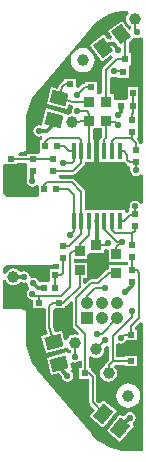
<source format=gtl>
G04*
G04 #@! TF.GenerationSoftware,Altium Limited,Altium Designer,18.0.9 (584)*
G04*
G04 Layer_Physical_Order=1*
G04 Layer_Color=255*
%FSLAX44Y44*%
%MOMM*%
G71*
G01*
G75*
%ADD14C,0.2000*%
G04:AMPARAMS|DCode=15|XSize=1.1mm|YSize=1.4mm|CornerRadius=0mm|HoleSize=0mm|Usage=FLASHONLY|Rotation=255.000|XOffset=0mm|YOffset=0mm|HoleType=Round|Shape=Rectangle|*
%AMROTATEDRECTD15*
4,1,4,-0.5338,0.7124,0.8185,0.3501,0.5338,-0.7124,-0.8185,-0.3501,-0.5338,0.7124,0.0*
%
%ADD15ROTATEDRECTD15*%

G04:AMPARAMS|DCode=16|XSize=1.1mm|YSize=1.4mm|CornerRadius=0mm|HoleSize=0mm|Usage=FLASHONLY|Rotation=217.000|XOffset=0mm|YOffset=0mm|HoleType=Round|Shape=Rectangle|*
%AMROTATEDRECTD16*
4,1,4,0.0180,0.8900,0.8605,-0.2281,-0.0180,-0.8900,-0.8605,0.2281,0.0180,0.8900,0.0*
%
%ADD16ROTATEDRECTD16*%

G04:AMPARAMS|DCode=17|XSize=1.1mm|YSize=1.4mm|CornerRadius=0mm|HoleSize=0mm|Usage=FLASHONLY|Rotation=285.000|XOffset=0mm|YOffset=0mm|HoleType=Round|Shape=Rectangle|*
%AMROTATEDRECTD17*
4,1,4,-0.8185,0.3501,0.5338,0.7124,0.8185,-0.3501,-0.5338,-0.7124,-0.8185,0.3501,0.0*
%
%ADD17ROTATEDRECTD17*%

G04:AMPARAMS|DCode=18|XSize=1.1mm|YSize=1.4mm|CornerRadius=0mm|HoleSize=0mm|Usage=FLASHONLY|Rotation=320.000|XOffset=0mm|YOffset=0mm|HoleType=Round|Shape=Rectangle|*
%AMROTATEDRECTD18*
4,1,4,-0.8713,-0.1827,0.0286,0.8898,0.8713,0.1827,-0.0286,-0.8898,-0.8713,-0.1827,0.0*
%
%ADD18ROTATEDRECTD18*%

%ADD19R,0.5000X0.6000*%
%ADD20R,0.6000X0.5000*%
%ADD21R,0.9000X0.9000*%
%ADD22C,1.0000*%
%ADD23R,0.4500X1.4500*%
%ADD36C,0.3000*%
%ADD37C,1.0500*%
%ADD38R,1.0500X1.0500*%
%ADD39C,0.5500*%
G36*
X92219Y173759D02*
X92500Y173447D01*
Y163750D01*
X105500D01*
X105500Y163750D01*
Y163750D01*
X107000Y163250D01*
X108673Y163128D01*
X108673Y161122D01*
X107000Y161000D01*
X105500Y160750D01*
Y160750D01*
X92500D01*
Y157309D01*
X92500Y157309D01*
X91329Y157076D01*
X90337Y156413D01*
X82733Y148809D01*
X78000D01*
X78000Y148809D01*
X76830Y148576D01*
X75837Y147913D01*
X72906Y144982D01*
X71059Y145748D01*
Y150000D01*
X74500D01*
Y163000D01*
X63059D01*
Y166000D01*
X74500D01*
Y169768D01*
X75750Y171250D01*
X88750D01*
Y173304D01*
X90000Y174691D01*
X90500Y174791D01*
X92219Y173759D01*
D02*
G37*
G36*
X49000Y162250D02*
X49000Y162250D01*
X50941D01*
Y157250D01*
X43000D01*
Y148086D01*
X42268Y146925D01*
X41311Y146500D01*
X33394D01*
X33224Y147353D01*
X32175Y148925D01*
X30603Y149974D01*
X28750Y150343D01*
X27710Y150136D01*
X26309Y150791D01*
X25727Y151598D01*
X25475Y152861D01*
X24426Y154432D01*
X22854Y155482D01*
X21001Y155850D01*
X19148Y155482D01*
X18019Y154728D01*
X17026Y156022D01*
X15564Y157144D01*
X13861Y157850D01*
X12034Y158090D01*
X10207Y157850D01*
X8504Y157144D01*
X7042Y156022D01*
X5919Y154560D01*
X5569Y153713D01*
X3569Y154110D01*
Y158521D01*
X6478Y161431D01*
X44800D01*
X46166Y161703D01*
X47000Y162260D01*
X49000Y162250D01*
D02*
G37*
G36*
X62191Y130002D02*
Y109977D01*
X62191Y109977D01*
X62424Y108806D01*
X63087Y107814D01*
X65444Y105457D01*
X65514Y105411D01*
X67476Y103448D01*
X66343Y101753D01*
X65577Y102070D01*
X63750Y102310D01*
X61923Y102070D01*
X60220Y101364D01*
X58758Y100242D01*
X57635Y98780D01*
X56975Y97186D01*
X56782Y97119D01*
X54850Y97392D01*
X52692Y105443D01*
X46953Y103906D01*
X45572Y109061D01*
X45556Y122835D01*
X46969Y124250D01*
X55500D01*
Y126144D01*
X56163Y126587D01*
X60343Y130768D01*
X62191Y130002D01*
D02*
G37*
G36*
X5919Y147500D02*
X7042Y146037D01*
X8504Y144915D01*
X10207Y144210D01*
X12034Y143969D01*
X13861Y144210D01*
X15564Y144915D01*
X17026Y146037D01*
X17997Y147302D01*
X19148Y146533D01*
X21001Y146164D01*
X22041Y146371D01*
X23442Y145717D01*
X24024Y144909D01*
X24276Y143647D01*
X25326Y142076D01*
X24756Y140051D01*
X24577Y139931D01*
X23527Y138360D01*
X23158Y136507D01*
X23527Y134653D01*
X24577Y133082D01*
X26148Y132032D01*
X28001Y131664D01*
X28500Y131254D01*
Y124250D01*
X38500D01*
X39439Y122639D01*
X39455Y108652D01*
X39533Y108262D01*
X39559Y107864D01*
X41044Y102322D01*
X35306Y100785D01*
X39188Y86296D01*
X56574Y90955D01*
X56575Y90955D01*
X58407Y90715D01*
X58758Y90258D01*
X60220Y89136D01*
X60407Y89058D01*
X60620Y86988D01*
X59788Y86221D01*
X57710Y86718D01*
X57610Y87091D01*
X40223Y82432D01*
X44105Y67943D01*
X50194Y69575D01*
X50227Y69526D01*
X52945Y66808D01*
X53276Y65147D01*
X54325Y63575D01*
X55897Y62526D01*
X57750Y62157D01*
X59603Y62526D01*
X61175Y63575D01*
X62224Y65147D01*
X62593Y67000D01*
X62224Y68853D01*
X61175Y70424D01*
X61151Y70440D01*
X61492Y72602D01*
X61492D01*
X60199Y77428D01*
X61936Y78672D01*
X62150Y78530D01*
X64003Y78161D01*
X65856Y78530D01*
X67428Y79580D01*
X67691Y79974D01*
X69691Y79367D01*
Y73750D01*
X67750D01*
Y64750D01*
X76191D01*
Y44770D01*
X76191Y44770D01*
X76424Y43599D01*
X77087Y42607D01*
X81078Y38616D01*
X76380Y33016D01*
X87870Y23374D01*
X99440Y37163D01*
X87950Y46805D01*
X85977Y44454D01*
X83979Y44367D01*
X82309Y46037D01*
Y66250D01*
X82076Y67421D01*
X81413Y68413D01*
X78413Y71413D01*
X77750Y71856D01*
Y73750D01*
X75809D01*
Y82907D01*
X77809Y83893D01*
X78470Y83385D01*
X80173Y82680D01*
X82000Y82440D01*
X83827Y82680D01*
X85530Y83385D01*
X86992Y84508D01*
X88115Y85970D01*
X88820Y87673D01*
X89060Y89500D01*
X88934Y90460D01*
X89114Y91566D01*
X90439Y92643D01*
X90941Y92743D01*
X91193Y92718D01*
X92941Y91598D01*
Y80923D01*
X90337Y78319D01*
X89674Y77326D01*
X89441Y76156D01*
X89441Y76156D01*
Y75560D01*
X88970Y75364D01*
X87507Y74242D01*
X86385Y72780D01*
X85680Y71077D01*
X85440Y69250D01*
X85680Y67423D01*
X86385Y65720D01*
X87507Y64258D01*
X88970Y63135D01*
X90673Y62430D01*
X92500Y62190D01*
X94327Y62430D01*
X96030Y63135D01*
X97492Y64258D01*
X98615Y65720D01*
X99320Y67423D01*
X99560Y69250D01*
X99320Y71077D01*
X98615Y72780D01*
X97492Y74242D01*
X98278Y76073D01*
X98717Y76597D01*
X106348D01*
Y75156D01*
X116348D01*
Y84156D01*
X106348D01*
Y82715D01*
X99059D01*
Y93765D01*
X101059Y94834D01*
X101147Y94776D01*
X103000Y94407D01*
X104853Y94776D01*
X106425Y95825D01*
X107376Y97250D01*
X116500D01*
Y106250D01*
X114600D01*
X114576Y108250D01*
X119431Y113105D01*
X121431Y112277D01*
Y3569D01*
X109000D01*
X108885Y3546D01*
X103588Y3893D01*
X98269Y4951D01*
X93133Y6694D01*
X88269Y9093D01*
X83759Y12106D01*
X79682Y15682D01*
X77299Y18400D01*
X77262Y18368D01*
X77262Y18368D01*
X32262Y71997D01*
X32299Y72028D01*
X31106Y73388D01*
X28093Y77898D01*
X25694Y82762D01*
X23951Y87898D01*
X22893Y93217D01*
X22546Y98514D01*
X22569Y98629D01*
Y120000D01*
X22297Y121365D01*
X21523Y122523D01*
X20366Y123297D01*
X19000Y123568D01*
X3569D01*
Y147949D01*
X5569Y148347D01*
X5919Y147500D01*
D02*
G37*
G36*
X108995Y376239D02*
X109108Y376019D01*
X109382Y374969D01*
X109460Y374431D01*
X108385Y373029D01*
X107680Y371326D01*
X107439Y369499D01*
X107680Y367672D01*
X108385Y365969D01*
X109507Y364507D01*
X110970Y363385D01*
X111441Y363189D01*
Y360880D01*
X109475Y360165D01*
X103653Y367891D01*
X91674Y358864D01*
X95619Y353629D01*
X94604Y351905D01*
X93422Y352071D01*
X92032Y351992D01*
X91894Y351926D01*
X88479Y356456D01*
X76500Y347429D01*
X87332Y333054D01*
X94745Y338640D01*
X95739Y338280D01*
X95857Y338031D01*
X95884Y336341D01*
X88137Y328594D01*
X87474Y327602D01*
X87241Y326431D01*
X87241Y326431D01*
Y307164D01*
X85827Y305750D01*
X82550Y305750D01*
X82500Y307249D01*
X82500D01*
Y316249D01*
X72500D01*
Y314808D01*
X71329Y314575D01*
X70337Y313912D01*
X70337Y313912D01*
X67000Y310575D01*
X65000Y311379D01*
Y318749D01*
X55000D01*
Y317159D01*
X54579Y317075D01*
X53587Y316412D01*
X51337Y314162D01*
X51230Y314002D01*
X51084Y313875D01*
X50901Y313510D01*
X50674Y313170D01*
X50636Y312980D01*
X50550Y312808D01*
X49888Y310395D01*
X44108Y311943D01*
X40226Y297455D01*
X57612Y292796D01*
X58762Y297086D01*
X61708Y296296D01*
X61771Y296292D01*
X62292Y295342D01*
X62448Y294555D01*
X62437Y294218D01*
X61526Y292853D01*
X61157Y291000D01*
X61206Y290756D01*
X59923Y288570D01*
X58379Y287931D01*
X58202Y288014D01*
X56577Y288932D01*
X56577Y288932D01*
X39190Y293591D01*
X35757Y280778D01*
X35308Y279102D01*
X33512Y279341D01*
X33500Y279343D01*
X33415Y279326D01*
X31647Y278974D01*
X30076Y277925D01*
X29026Y276353D01*
X28657Y274500D01*
X29026Y272647D01*
X30076Y271075D01*
X31647Y270026D01*
X33500Y269657D01*
X35353Y270026D01*
X35934Y269838D01*
X36573Y267709D01*
X36512Y267550D01*
X35924Y266670D01*
X35890Y266500D01*
X34250D01*
Y256586D01*
X34000Y256189D01*
X33043Y255000D01*
X23250D01*
Y253657D01*
X16670D01*
X16463Y253864D01*
X16172Y254667D01*
X17609Y256431D01*
X19000D01*
X20366Y256703D01*
X21523Y257476D01*
X22297Y258634D01*
X22569Y260000D01*
Y281371D01*
X22546Y281485D01*
X22893Y286782D01*
X23951Y292101D01*
X25694Y297237D01*
X28093Y302101D01*
X31004Y306457D01*
X32299Y307971D01*
X33547Y309534D01*
X77262Y361631D01*
X77299Y361600D01*
X79682Y364317D01*
X83759Y367893D01*
X88269Y370906D01*
X93133Y373305D01*
X98269Y375048D01*
X103588Y376106D01*
X108769Y376446D01*
X108995Y376239D01*
D02*
G37*
G36*
X121431Y353129D02*
Y264218D01*
X121380Y264088D01*
X119036Y263603D01*
X118725Y263914D01*
Y264084D01*
X118492Y265254D01*
X117829Y266247D01*
X117829Y266247D01*
X116576Y267500D01*
X117250Y269500D01*
X117250D01*
X117250Y279000D01*
X117250Y280500D01*
Y288500D01*
X117250D01*
X117240Y288514D01*
X117682Y290464D01*
X117750Y290500D01*
Y300500D01*
X117750D01*
X117750Y301750D01*
X117750D01*
Y311750D01*
X108750D01*
Y302086D01*
X108298Y301369D01*
X107268Y300500D01*
X106750Y300500D01*
X98800D01*
X98750Y300500D01*
X96800Y300621D01*
Y305750D01*
X93359D01*
Y319314D01*
X94951Y320392D01*
X95359Y320483D01*
X97000Y320156D01*
X98500Y320455D01*
X100500Y319750D01*
Y319750D01*
X109500D01*
Y329750D01*
X111250Y330250D01*
Y340250D01*
X109809D01*
Y349991D01*
X114486Y353516D01*
X116453Y353214D01*
X116749Y353155D01*
X118603Y353524D01*
X119431Y354077D01*
X121431Y353129D01*
D02*
G37*
G36*
X87241Y270017D02*
X86887Y269663D01*
X86224Y268670D01*
X86130Y268199D01*
X84800Y266750D01*
X84800Y266750D01*
X84800Y266750D01*
Y248250D01*
X106070D01*
X106362Y247812D01*
X108337Y245837D01*
X108337Y245837D01*
X109329Y245174D01*
X109757Y245089D01*
X110750Y243500D01*
X110750D01*
X110957Y241500D01*
X110907Y241250D01*
X111276Y239397D01*
X112325Y237825D01*
X113897Y236776D01*
X115750Y236407D01*
X117603Y236776D01*
X119175Y237825D01*
X119431Y238210D01*
X121431Y237603D01*
Y213494D01*
X119431Y213042D01*
X118675Y214175D01*
X117103Y215224D01*
X115250Y215593D01*
X113397Y215224D01*
X111826Y214175D01*
X110776Y212603D01*
X110407Y210750D01*
X110484Y210362D01*
X110158Y208362D01*
D01*
X109746Y206532D01*
X108819Y205913D01*
X108148Y205241D01*
X106300Y206007D01*
Y207750D01*
X72609D01*
Y223200D01*
X72609Y223200D01*
X72376Y224370D01*
X71713Y225363D01*
X71713Y225363D01*
X63913Y233163D01*
X62920Y233826D01*
X61750Y234059D01*
X61750Y234059D01*
X51296D01*
X50473Y236059D01*
X50976Y237152D01*
X51279Y237633D01*
X62742D01*
X62742Y237633D01*
X63913Y237866D01*
X64905Y238529D01*
X71713Y245337D01*
X71713Y245337D01*
X72376Y246329D01*
X72609Y247500D01*
Y248250D01*
X80300D01*
Y266750D01*
X79109D01*
Y275336D01*
X80523Y276750D01*
X83800Y276750D01*
X84550Y276750D01*
X87241D01*
Y270017D01*
D02*
G37*
G36*
X23250Y246125D02*
X23250Y244000D01*
Y236000D01*
X23250D01*
X23513Y234190D01*
X23505Y234000D01*
X23157Y232250D01*
X23526Y230397D01*
X24575Y228825D01*
X26147Y227776D01*
X28000Y227407D01*
X29853Y227776D01*
X31250Y228709D01*
X32093Y228508D01*
X33250Y227957D01*
Y220000D01*
X31878Y218568D01*
X6478D01*
X3569Y221478D01*
Y245437D01*
X5256Y246192D01*
X5569Y246192D01*
X15256D01*
Y247539D01*
X21836D01*
X23250Y246125D01*
D02*
G37*
%LPC*%
G36*
X109250Y60686D02*
X106613Y60339D01*
X104156Y59321D01*
X102046Y57703D01*
X100428Y55593D01*
X99410Y53136D01*
X99063Y50499D01*
X99410Y47863D01*
X100428Y45406D01*
X102046Y43296D01*
X104156Y41677D01*
X106613Y40659D01*
X109250Y40312D01*
X111886Y40659D01*
X114343Y41677D01*
X116453Y43296D01*
X118072Y45406D01*
X119090Y47863D01*
X119437Y50499D01*
X119090Y53136D01*
X118072Y55593D01*
X116453Y57703D01*
X114343Y59321D01*
X111886Y60339D01*
X109250Y60686D01*
D02*
G37*
G36*
X110750Y36592D02*
X108896Y36224D01*
X107325Y35174D01*
X106462Y33882D01*
X105700Y33495D01*
X104157Y33205D01*
X102505Y34592D01*
X90934Y20803D01*
X102425Y11161D01*
X113995Y24950D01*
X113304Y25530D01*
X113568Y27919D01*
X114174Y28325D01*
X115224Y29896D01*
X115593Y31749D01*
X115224Y33602D01*
X114174Y35174D01*
X112603Y36224D01*
X110750Y36592D01*
D02*
G37*
G36*
X70750Y344686D02*
X68113Y344339D01*
X65656Y343321D01*
X63546Y341703D01*
X61927Y339593D01*
X60910Y337136D01*
X60563Y334499D01*
X60910Y331863D01*
X61927Y329406D01*
X63546Y327296D01*
X65656Y325677D01*
X68113Y324659D01*
X70750Y324312D01*
X73386Y324659D01*
X75843Y325677D01*
X77953Y327296D01*
X79572Y329406D01*
X80590Y331863D01*
X80937Y334499D01*
X80590Y337136D01*
X79572Y339593D01*
X77953Y341703D01*
X75843Y343321D01*
X73386Y344339D01*
X70750Y344686D01*
D02*
G37*
%LPD*%
D14*
X105500Y101750D02*
X111500D01*
X103000Y99250D02*
X105500Y101750D01*
X82000Y90000D02*
X89250Y97250D01*
X82000Y89500D02*
Y90000D01*
X92500Y69250D02*
Y76156D01*
X96000Y79656D01*
X60000Y142250D02*
Y170500D01*
X52250Y134500D02*
X60000Y142250D01*
X33500Y134500D02*
X52250D01*
X54000Y154250D02*
Y166750D01*
X52000Y152250D02*
X54000Y154250D01*
X47500Y152250D02*
X52000D01*
X76250Y69250D02*
X79250Y66250D01*
Y44770D02*
Y66250D01*
Y44770D02*
X87910Y36110D01*
X72750Y69250D02*
X76250D01*
X59750Y186250D02*
X63050Y189550D01*
X65250Y133000D02*
X78000Y145750D01*
X65250Y109977D02*
Y133000D01*
Y109977D02*
X67607Y107620D01*
X118500Y116500D02*
Y154500D01*
X111500Y109500D02*
X118500Y116500D01*
X111500Y101750D02*
Y109500D01*
X99000Y176000D02*
X103750Y180750D01*
X99000Y170250D02*
Y176000D01*
X99382Y180750D02*
X103750D01*
X110982Y203750D02*
X116550D01*
X116500Y156500D02*
X118500Y154500D01*
X96000Y79656D02*
X111348D01*
X62000Y172500D02*
X68000D01*
X60000Y170500D02*
X62000Y172500D01*
X67630Y107620D02*
X72750Y102500D01*
X67607Y107620D02*
X67630D01*
X72750Y69250D02*
Y102500D01*
X63750Y95250D02*
X64003Y94997D01*
Y83004D02*
Y94997D01*
X68000Y142750D02*
Y156500D01*
X54000Y128750D02*
X68000Y142750D01*
X50500Y128750D02*
X54000D01*
X74030Y134780D02*
X80750Y141500D01*
X74030Y128640D02*
Y134780D01*
X80750Y141500D02*
X89750D01*
X78000Y145750D02*
X84000D01*
X92500Y154250D01*
X112500Y117000D02*
Y122000D01*
X96000Y100500D02*
X112500Y117000D01*
X92500Y154250D02*
X99000D01*
X60700Y247000D02*
X61250Y247550D01*
X54250Y247000D02*
X60700D01*
X69550Y187418D02*
Y198500D01*
X54000Y176750D02*
X58882D01*
X69550Y187418D01*
X60000Y186000D02*
X60000D01*
X59750Y186250D02*
X60000Y186000D01*
X96000Y79656D02*
Y100500D01*
X83000Y103000D02*
X86630D01*
X37800Y224000D02*
Y228800D01*
X68000Y172500D02*
Y178500D01*
X45816Y240692D02*
X62742D01*
X67538Y268500D02*
X69550Y266488D01*
X41750Y268500D02*
X67538D01*
X38750Y265500D02*
X41750Y268500D01*
X38750Y261500D02*
Y265500D01*
X61750Y231000D02*
X69550Y223200D01*
X40000Y231000D02*
X61750D01*
X37800Y228800D02*
X40000Y231000D01*
X45251Y128750D02*
X50500D01*
X42493Y125993D02*
X45251Y128750D01*
X42493Y125993D02*
X42514Y108656D01*
X45940Y95870D01*
X76049Y299251D02*
X76050Y299250D01*
X62500Y299251D02*
X76049D01*
X99303Y335434D02*
X106750D01*
X90300Y326431D02*
X99303Y335434D01*
X90300Y299250D02*
Y326431D01*
X114500Y360248D02*
Y369499D01*
Y360248D02*
X116749Y357998D01*
X66000Y305249D02*
X72500Y311749D01*
X77500D01*
X53500Y311999D02*
X55750Y314249D01*
X60000D01*
X103080Y356190D02*
X106750Y351319D01*
Y335434D02*
Y351319D01*
X96864Y324999D02*
X97000D01*
X96807Y324943D02*
X96864Y324999D01*
X97000D02*
X103999D01*
X104000Y325000D01*
X86630Y103000D02*
X99500Y115870D01*
X69550Y198500D02*
Y223200D01*
X91550Y282000D02*
X98269D01*
X90300Y283250D02*
X91550Y282000D01*
X98269D02*
X100505Y279764D01*
X50860Y302370D02*
X53500Y311999D01*
X50860Y302370D02*
X62500Y299251D01*
X106750Y335250D02*
Y335434D01*
X104000Y325000D02*
X104250Y324750D01*
X43300Y250750D02*
X44800D01*
X105732Y198500D02*
X110982Y203750D01*
X102050Y198500D02*
X105732D01*
X87910Y35090D02*
Y36110D01*
X90300Y268750D02*
Y283250D01*
X62742Y240692D02*
X69550Y247500D01*
X105550Y257500D02*
X108525Y254525D01*
X102050Y257500D02*
X105550D01*
X99500Y118370D02*
X99620Y118250D01*
X61300Y247500D02*
X63050Y249250D01*
X76050Y257500D02*
Y282250D01*
X69550Y257500D02*
Y266488D01*
X63088Y198538D02*
Y220118D01*
X63050Y198500D02*
X63088Y198538D01*
X61250Y247550D02*
X61300Y247500D01*
X9665Y250925D02*
X9748Y250946D01*
X8732Y250688D02*
X9665Y250925D01*
X115158Y203862D02*
X115250Y203954D01*
X108525Y249975D02*
Y254525D01*
Y249975D02*
X110500Y248000D01*
X115750D01*
X113250Y295500D02*
X113250Y295500D01*
X111626Y268124D02*
X115666Y264084D01*
X111126Y268124D02*
X111626D01*
X113250Y289750D02*
Y295500D01*
X115750Y241250D02*
Y248000D01*
X115250Y203954D02*
Y210750D01*
X112000Y156500D02*
X116500D01*
X112000D02*
Y167750D01*
X74250Y291000D02*
X76050Y289200D01*
Y283250D02*
Y289200D01*
X74249Y291000D02*
X74250Y291000D01*
X66000Y291000D02*
X74249D01*
X69000Y283250D02*
X76050D01*
X61750Y281750D02*
X67501D01*
X69000Y283250D01*
X95550Y190238D02*
X98039Y187750D01*
X89050Y191082D02*
X99382Y180750D01*
X113250Y295500D02*
Y306750D01*
X45940Y95870D02*
Y99810D01*
X63050Y189550D02*
Y197750D01*
X47500Y141500D02*
Y152250D01*
X68000Y178500D02*
X76050Y186550D01*
X112000Y177750D02*
Y187000D01*
X115158Y190158D02*
Y193862D01*
X112000Y187000D02*
X112750Y187750D01*
X115158Y190158D01*
X98039Y187750D02*
X112750D01*
X95550Y257500D02*
Y265800D01*
X97874Y268124D01*
X111126D01*
X47750Y225000D02*
X58206D01*
X63088Y220118D01*
X89050Y257500D02*
Y267500D01*
X90300Y268750D01*
X112250Y284000D02*
Y288750D01*
X113250Y289750D01*
X112250Y269247D02*
Y274000D01*
X111126Y268124D02*
X112250Y269247D01*
X28036Y250641D02*
X28250Y250640D01*
X48750Y261500D02*
X55000D01*
X59000Y257500D01*
X28001Y136507D02*
X30008Y134500D01*
X33500Y128750D02*
Y134500D01*
X30008D02*
X33500D01*
X9748Y250598D02*
X28036D01*
X28250Y250640D02*
X45816Y250598D01*
X99500Y115870D02*
Y118370D01*
X74030Y128640D02*
X74100Y128570D01*
X95550Y190238D02*
Y198500D01*
X111500Y274000D02*
Y274000D01*
X115666Y258000D02*
Y264084D01*
X89050Y191082D02*
Y198500D01*
X76050Y186550D02*
Y198500D01*
X63050Y249250D02*
Y257500D01*
X59000D02*
X63050D01*
X69550Y247500D02*
Y257500D01*
X82250Y177750D02*
X90000D01*
X92000Y179750D01*
D15*
X50860Y302370D02*
D03*
X45943Y284017D02*
D03*
D16*
X87906Y344755D02*
D03*
X103080Y356190D02*
D03*
D17*
X45940Y95870D02*
D03*
X50858Y77517D02*
D03*
D18*
X102465Y22877D02*
D03*
X87910Y35090D02*
D03*
D19*
X116750Y335250D02*
D03*
X106750D02*
D03*
X115000Y324750D02*
D03*
X105000D02*
D03*
X103250Y306750D02*
D03*
X113250D02*
D03*
X103250Y295500D02*
D03*
X113250D02*
D03*
X37500Y152250D02*
D03*
X47500D02*
D03*
X38750Y261500D02*
D03*
X48750D02*
D03*
X37500Y141500D02*
D03*
X47500D02*
D03*
X37750Y225000D02*
D03*
X47750D02*
D03*
D20*
X112250Y284000D02*
D03*
Y274000D02*
D03*
X10256Y240692D02*
D03*
Y250692D02*
D03*
X45250Y250500D02*
D03*
Y240500D02*
D03*
X28250D02*
D03*
Y250500D02*
D03*
X77500Y321749D02*
D03*
Y311749D02*
D03*
X60000Y324249D02*
D03*
Y314249D02*
D03*
X111500Y91750D02*
D03*
Y101750D02*
D03*
X115750Y248000D02*
D03*
Y258000D02*
D03*
X115158Y203862D02*
D03*
Y193862D02*
D03*
X54000Y166750D02*
D03*
Y176750D02*
D03*
X112000Y167750D02*
D03*
Y177750D02*
D03*
Y146500D02*
D03*
Y156500D02*
D03*
X33500Y118750D02*
D03*
Y128750D02*
D03*
X111348Y69656D02*
D03*
Y79656D02*
D03*
X50500Y118750D02*
D03*
Y128750D02*
D03*
X72750Y59250D02*
D03*
Y69250D02*
D03*
D21*
X82250Y177750D02*
D03*
Y161750D02*
D03*
X76050Y283250D02*
D03*
Y299250D02*
D03*
X68000Y172500D02*
D03*
Y156500D02*
D03*
X99000Y170250D02*
D03*
Y154250D02*
D03*
X90300Y283250D02*
D03*
Y299250D02*
D03*
D22*
X61750Y281750D02*
D03*
X114500Y369499D02*
D03*
X92500Y69250D02*
D03*
X70750Y334499D02*
D03*
X12034Y151030D02*
D03*
X63750Y95250D02*
D03*
X109250Y50499D02*
D03*
X82000Y89500D02*
D03*
X12000Y130750D02*
D03*
D23*
X102050Y257500D02*
D03*
X95550D02*
D03*
X89050D02*
D03*
X82550D02*
D03*
X76050D02*
D03*
X69550D02*
D03*
X63050D02*
D03*
X102050Y198500D02*
D03*
X95550D02*
D03*
X89050D02*
D03*
X82550D02*
D03*
X76050D02*
D03*
X69550D02*
D03*
X63050D02*
D03*
D36*
X97755Y317745D02*
X103250Y312250D01*
X97266Y317265D02*
X97750Y317750D01*
X111250Y69558D02*
X111255Y69552D01*
X30950Y152300D02*
X37500D01*
X56500Y110750D02*
Y116750D01*
X54500Y118750D02*
X56500Y116750D01*
X50500Y118750D02*
X54500D01*
X106500Y137749D02*
X112000Y143249D01*
X80250Y151500D02*
X82250Y153500D01*
X72750Y51250D02*
Y59250D01*
X85250Y324999D02*
Y328999D01*
X82000Y321749D02*
X85250Y324999D01*
X83250Y330999D02*
X85250Y328999D01*
X57750Y67000D02*
Y67050D01*
X52750Y72050D02*
X57750Y67050D01*
X33462Y274538D02*
X40538D01*
X28036Y232286D02*
Y240598D01*
X44451Y278451D02*
X45943Y284017D01*
X40538Y274538D02*
X44451Y278451D01*
X102465Y23464D02*
X110750Y31749D01*
X105053Y69552D02*
X111255D01*
X103000Y67499D02*
X105053Y69552D01*
X102465Y22877D02*
Y23464D01*
X112000Y143249D02*
Y146500D01*
X77500Y321749D02*
X82000D01*
X96799Y347993D02*
X100750Y342750D01*
X51500Y320749D02*
X55000Y324249D01*
X60000D01*
X116500Y335500D02*
X116750Y335250D01*
X116500Y335500D02*
Y350249D01*
X105500Y91750D02*
X111500D01*
X103250Y89500D02*
X105500Y91750D01*
X103250Y290500D02*
Y295500D01*
X100500Y287750D02*
X103250Y290500D01*
X33500Y274500D02*
X33500D01*
X33462Y274538D02*
X33500Y274500D01*
X92925Y348537D02*
X96799Y347993D01*
X88000Y344826D02*
X92925Y348537D01*
X115000Y318000D02*
Y324750D01*
Y318000D02*
X116750Y316250D01*
X97755Y317265D02*
Y317745D01*
X97750Y317750D02*
X97755Y317745D01*
X82550Y257500D02*
Y271700D01*
X82500Y271750D02*
X82550Y271700D01*
X111250Y69558D02*
X111348Y69656D01*
X10256Y234596D02*
Y240692D01*
Y234596D02*
X13050Y231802D01*
X18130D01*
X103250Y306750D02*
Y312250D01*
X50858Y77517D02*
X52750Y75625D01*
Y72050D02*
Y75625D01*
X28000Y232250D02*
X28036Y232286D01*
X12000Y130750D02*
X16757Y135507D01*
X12034Y151030D02*
X20979D01*
X27000Y156250D02*
X30950Y152300D01*
X20979Y151030D02*
X21001Y151007D01*
X32750Y141500D02*
X37500D01*
X28750Y145500D02*
X32750Y141500D01*
X16757Y135507D02*
X16763Y135500D01*
X19750D01*
X33500Y107700D02*
Y118750D01*
X30800Y105000D02*
X33500Y107700D01*
X82250Y198200D02*
X82550Y198500D01*
X82250Y177750D02*
X82550Y178050D01*
X82250Y153500D02*
Y161750D01*
X82550Y178050D02*
Y198500D01*
D37*
X74100Y128570D02*
D03*
X86800D02*
D03*
X99500D02*
D03*
X86800Y115870D02*
D03*
X99500D02*
D03*
D38*
X74100D02*
D03*
D39*
X90250Y83250D02*
D03*
X103750Y180750D02*
D03*
X64003Y83004D02*
D03*
X56500Y110750D02*
D03*
X89750Y141500D02*
D03*
X106500Y137749D02*
D03*
X112500Y122000D02*
D03*
X54250Y247000D02*
D03*
X60000Y186000D02*
D03*
X80250Y151500D02*
D03*
X72750Y51250D02*
D03*
X83250Y330999D02*
D03*
X57750Y67000D02*
D03*
X89250Y97250D02*
D03*
X83000Y103000D02*
D03*
X103000Y99250D02*
D03*
X110750Y31749D02*
D03*
X103000Y67499D02*
D03*
X116749Y357998D02*
D03*
X100750Y342750D02*
D03*
X66000Y305249D02*
D03*
X116500Y350249D02*
D03*
X97000Y324999D02*
D03*
X103250Y89500D02*
D03*
X100500Y287750D02*
D03*
X100505Y279764D02*
D03*
X33500Y274500D02*
D03*
X86997Y361897D02*
D03*
X97755Y317265D02*
D03*
X51500Y320749D02*
D03*
X82500Y271750D02*
D03*
X18130Y231802D02*
D03*
X30800Y105000D02*
D03*
X115750Y241250D02*
D03*
X115250Y210750D02*
D03*
X66000Y291000D02*
D03*
X102250Y217250D02*
D03*
X73500Y230750D02*
D03*
X92000Y237000D02*
D03*
X87000Y18750D02*
D03*
X115750Y9750D02*
D03*
X34000Y82750D02*
D03*
X36250Y297250D02*
D03*
X62250Y44250D02*
D03*
X28000Y232250D02*
D03*
X116750Y316250D02*
D03*
X28750Y145500D02*
D03*
X27000Y156250D02*
D03*
X21001Y151007D02*
D03*
X28001Y136507D02*
D03*
X19750Y135500D02*
D03*
X92000Y179750D02*
D03*
M02*

</source>
